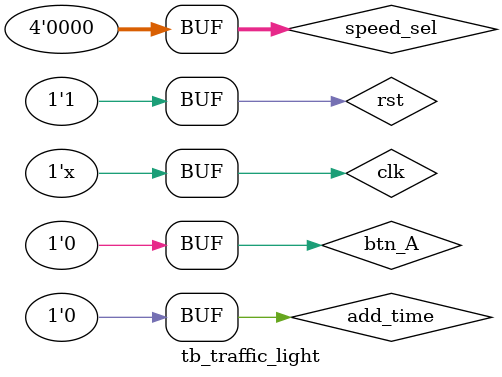
<source format=v>
`timescale 1ms / 1us


module tb_traffic_light();

reg clk, rst;
reg[3:0] speed_sel;
reg add_time;
reg btn_A;
wire S_W_GREEN, N_W_GREEN, W_W_GREEN, E_W_GREEN, S_W_RED, N_W_RED, W_W_RED, E_W_RED, 
     S_GREEN, N_GREEN, W_GREEN, E_GREEN, S_YELLOW, N_YELLOW, W_YELLOW, E_YELLOW,
     S_RED, N_RED, W_RED, E_RED, S_LEFT, N_LEFT, W_LEFT, E_LEFT;
wire LCD_E, LCD_RS, LCD_RW;
wire[7:0] LCD_DATA; 
     
traffic_light tb(clk, rst, S_W_GREEN, N_W_GREEN, W_W_GREEN, E_W_GREEN, S_W_RED, N_W_RED, W_W_RED, E_W_RED,
                 S_GREEN, N_GREEN, W_GREEN, E_GREEN, S_YELLOW, N_YELLOW, W_YELLOW, E_YELLOW, 
                 S_RED, N_RED, W_RED, E_RED, S_LEFT, N_LEFT, W_LEFT, E_LEFT,
                 LCD_E, LCD_RS, LCD_RW, LCD_DATA,
                 speed_sel, add_time,
                 btn_A);

initial begin
    clk <= 0; rst <= 0; speed_sel <= 4'b0000; add_time <= 0; btn_A <= 0; #0.05
    rst <= 1; #0.5
    speed_sel <= 4'b0001;#0.5 speed_sel <= 4'b0000; #0.5
    add_time <= 1; #0.5 add_time <= 0; #0.5
    add_time <= 1; #0.5 add_time <= 0; #0.5
    add_time <= 1; #0.5 add_time <= 0; #0.5
    add_time <= 1; #0.5 add_time <= 0; #0.5
    add_time <= 1; #0.5 add_time <= 0; #0.5
    add_time <= 1; #0.5 add_time <= 0; #0.5
    add_time <= 1; #0.5 add_time <= 0; #0.5
    add_time <= 1; #0.5 add_time <= 0; #0.5
    add_time <= 1; #0.5 add_time <= 0; #0.5
    add_time <= 1; #0.5 add_time <= 0; #0.5
    add_time <= 1; #0.5 add_time <= 0; #0.5
    add_time <= 1; #0.5 add_time <= 0; #0.5
    add_time <= 1; #0.5 add_time <= 0;
    #26e+3
    btn_A <= 1; #0.5
    btn_A <= 0;
end

always 
    #0.05 clk <= ~clk;

endmodule

</source>
